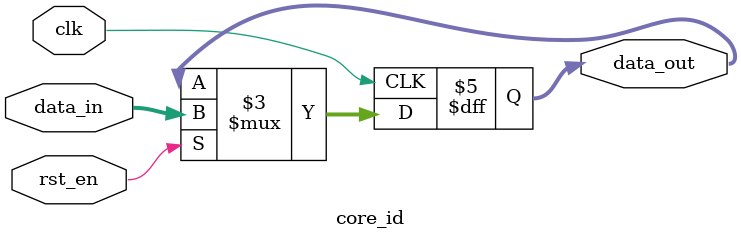
<source format=v>
module core_id
(
    input clk,
    input rst_en,
    input[15:0] data_in,
    output reg [15:0] data_out
);

always @ (posedge clk)
begin
	if (rst_en == 1)
		data_out <= data_in;
end
endmodule
</source>
